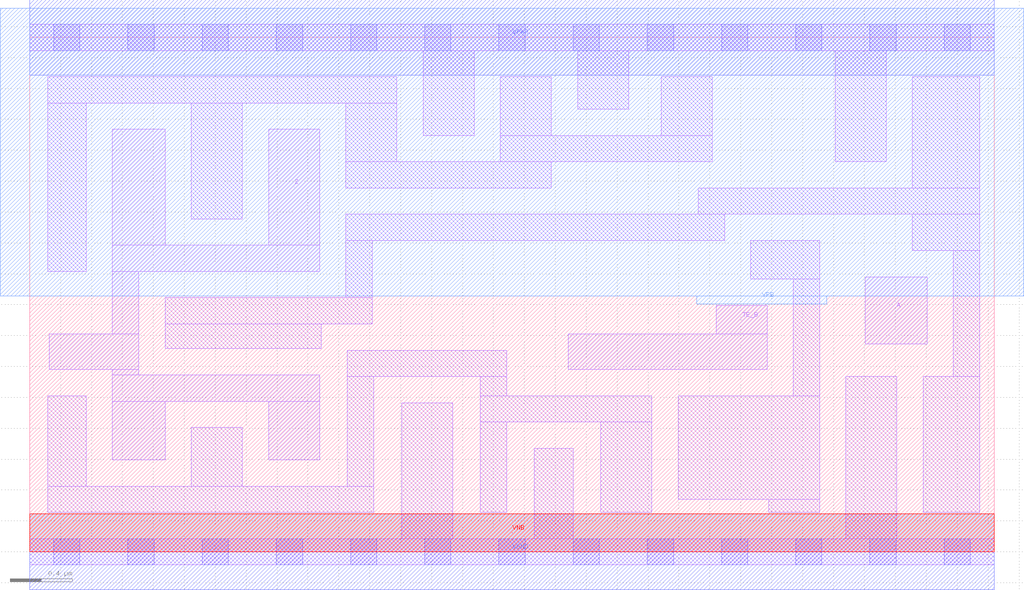
<source format=lef>
# Copyright 2020 The SkyWater PDK Authors
#
# Licensed under the Apache License, Version 2.0 (the "License");
# you may not use this file except in compliance with the License.
# You may obtain a copy of the License at
#
#     https://www.apache.org/licenses/LICENSE-2.0
#
# Unless required by applicable law or agreed to in writing, software
# distributed under the License is distributed on an "AS IS" BASIS,
# WITHOUT WARRANTIES OR CONDITIONS OF ANY KIND, either express or implied.
# See the License for the specific language governing permissions and
# limitations under the License.
#
# SPDX-License-Identifier: Apache-2.0

VERSION 5.7 ;
  NOWIREEXTENSIONATPIN ON ;
  DIVIDERCHAR "/" ;
  BUSBITCHARS "[]" ;
MACRO sky130_fd_sc_lp__ebufn_4
  CLASS CORE ;
  FOREIGN sky130_fd_sc_lp__ebufn_4 ;
  ORIGIN  0.000000  0.000000 ;
  SIZE  6.240000 BY  3.330000 ;
  SYMMETRY X Y R90 ;
  SITE unit ;
  PIN A
    ANTENNAGATEAREA  0.315000 ;
    DIRECTION INPUT ;
    USE SIGNAL ;
    PORT
      LAYER li1 ;
        RECT 5.405000 1.345000 5.805000 1.780000 ;
    END
  END A
  PIN TE_B
    ANTENNAGATEAREA  1.071000 ;
    DIRECTION INPUT ;
    USE SIGNAL ;
    PORT
      LAYER li1 ;
        RECT 3.485000 1.180000 4.770000 1.410000 ;
        RECT 4.440000 1.410000 4.770000 1.595000 ;
    END
  END TE_B
  PIN Z
    ANTENNADIFFAREA  1.323000 ;
    DIRECTION OUTPUT ;
    USE SIGNAL ;
    PORT
      LAYER li1 ;
        RECT 0.125000 1.180000 0.705000 1.410000 ;
        RECT 0.535000 0.595000 0.875000 0.975000 ;
        RECT 0.535000 0.975000 1.875000 1.145000 ;
        RECT 0.535000 1.145000 0.705000 1.180000 ;
        RECT 0.535000 1.410000 0.705000 1.815000 ;
        RECT 0.535000 1.815000 1.875000 1.985000 ;
        RECT 0.535000 1.985000 0.875000 2.735000 ;
        RECT 1.545000 0.595000 1.875000 0.975000 ;
        RECT 1.545000 1.985000 1.875000 2.735000 ;
    END
  END Z
  PIN VGND
    DIRECTION INOUT ;
    USE GROUND ;
    PORT
      LAYER met1 ;
        RECT 0.000000 -0.245000 6.240000 0.245000 ;
    END
  END VGND
  PIN VNB
    DIRECTION INOUT ;
    USE GROUND ;
    PORT
      LAYER pwell ;
        RECT 0.000000 0.000000 6.240000 0.245000 ;
    END
  END VNB
  PIN VPB
    DIRECTION INOUT ;
    USE POWER ;
    PORT
      LAYER nwell ;
        RECT -0.190000 1.655000 6.430000 3.520000 ;
        RECT  4.315000 1.605000 5.155000 1.655000 ;
    END
  END VPB
  PIN VPWR
    DIRECTION INOUT ;
    USE POWER ;
    PORT
      LAYER met1 ;
        RECT 0.000000 3.085000 6.240000 3.575000 ;
    END
  END VPWR
  OBS
    LAYER li1 ;
      RECT 0.000000 -0.085000 6.240000 0.085000 ;
      RECT 0.000000  3.245000 6.240000 3.415000 ;
      RECT 0.115000  0.255000 2.225000 0.425000 ;
      RECT 0.115000  0.425000 0.365000 1.010000 ;
      RECT 0.115000  1.815000 0.365000 2.905000 ;
      RECT 0.115000  2.905000 2.375000 3.075000 ;
      RECT 0.875000  1.315000 1.885000 1.475000 ;
      RECT 0.875000  1.475000 2.215000 1.645000 ;
      RECT 1.045000  0.425000 1.375000 0.805000 ;
      RECT 1.045000  2.155000 1.375000 2.905000 ;
      RECT 2.045000  1.645000 2.215000 2.015000 ;
      RECT 2.045000  2.015000 4.495000 2.185000 ;
      RECT 2.045000  2.355000 3.375000 2.525000 ;
      RECT 2.045000  2.525000 2.375000 2.905000 ;
      RECT 2.055000  0.425000 2.225000 1.135000 ;
      RECT 2.055000  1.135000 3.085000 1.305000 ;
      RECT 2.405000  0.085000 2.735000 0.965000 ;
      RECT 2.545000  2.695000 2.875000 3.245000 ;
      RECT 2.915000  0.255000 3.085000 0.840000 ;
      RECT 2.915000  0.840000 4.025000 1.010000 ;
      RECT 2.915000  1.010000 3.085000 1.135000 ;
      RECT 3.045000  2.525000 4.415000 2.695000 ;
      RECT 3.045000  2.695000 3.375000 3.075000 ;
      RECT 3.265000  0.085000 3.515000 0.670000 ;
      RECT 3.545000  2.865000 3.875000 3.245000 ;
      RECT 3.695000  0.255000 4.025000 0.840000 ;
      RECT 4.085000  2.695000 4.415000 3.075000 ;
      RECT 4.195000  0.340000 5.110000 1.010000 ;
      RECT 4.325000  2.185000 6.145000 2.355000 ;
      RECT 4.665000  1.765000 5.110000 2.015000 ;
      RECT 4.780000  0.255000 5.110000 0.340000 ;
      RECT 4.940000  1.010000 5.110000 1.765000 ;
      RECT 5.210000  2.525000 5.540000 3.245000 ;
      RECT 5.280000  0.085000 5.610000 1.135000 ;
      RECT 5.710000  1.950000 6.145000 2.185000 ;
      RECT 5.710000  2.355000 6.145000 3.075000 ;
      RECT 5.780000  0.255000 6.145000 1.135000 ;
      RECT 5.975000  1.135000 6.145000 1.950000 ;
    LAYER mcon ;
      RECT 0.155000 -0.085000 0.325000 0.085000 ;
      RECT 0.155000  3.245000 0.325000 3.415000 ;
      RECT 0.635000 -0.085000 0.805000 0.085000 ;
      RECT 0.635000  3.245000 0.805000 3.415000 ;
      RECT 1.115000 -0.085000 1.285000 0.085000 ;
      RECT 1.115000  3.245000 1.285000 3.415000 ;
      RECT 1.595000 -0.085000 1.765000 0.085000 ;
      RECT 1.595000  3.245000 1.765000 3.415000 ;
      RECT 2.075000 -0.085000 2.245000 0.085000 ;
      RECT 2.075000  3.245000 2.245000 3.415000 ;
      RECT 2.555000 -0.085000 2.725000 0.085000 ;
      RECT 2.555000  3.245000 2.725000 3.415000 ;
      RECT 3.035000 -0.085000 3.205000 0.085000 ;
      RECT 3.035000  3.245000 3.205000 3.415000 ;
      RECT 3.515000 -0.085000 3.685000 0.085000 ;
      RECT 3.515000  3.245000 3.685000 3.415000 ;
      RECT 3.995000 -0.085000 4.165000 0.085000 ;
      RECT 3.995000  3.245000 4.165000 3.415000 ;
      RECT 4.475000 -0.085000 4.645000 0.085000 ;
      RECT 4.475000  3.245000 4.645000 3.415000 ;
      RECT 4.955000 -0.085000 5.125000 0.085000 ;
      RECT 4.955000  3.245000 5.125000 3.415000 ;
      RECT 5.435000 -0.085000 5.605000 0.085000 ;
      RECT 5.435000  3.245000 5.605000 3.415000 ;
      RECT 5.915000 -0.085000 6.085000 0.085000 ;
      RECT 5.915000  3.245000 6.085000 3.415000 ;
  END
END sky130_fd_sc_lp__ebufn_4
END LIBRARY

</source>
